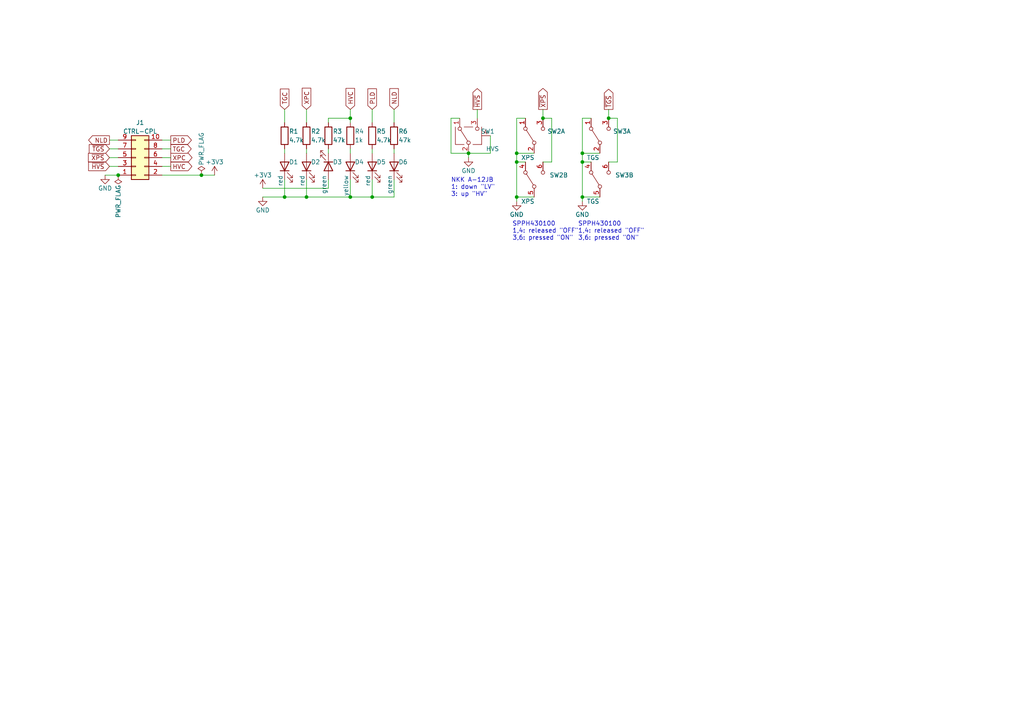
<source format=kicad_sch>
(kicad_sch (version 20211123) (generator eeschema)
  (paper "A4")
  (title_block (title "XPS:Channel:ControlPanel") (company "yu2924"))
  (lib_symbols
    (symbol "Connector_Generic:Conn_02x05_Odd_Even" (pin_names (offset 1.016) hide)
      (property "Reference" "J" (at 1.27 7.62 0))
      (property "Value" "Conn_02x05_Odd_Even" (at 1.27 -7.62 0))
      (symbol "Conn_02x05_Odd_Even_1_1"
        (rectangle (start -1.27 -4.953) (end 0 -5.207) (stroke (width 0.1524)))
        (rectangle (start -1.27 -2.413) (end 0 -2.667) (stroke (width 0.1524)))
        (rectangle (start -1.27 0.127) (end 0 -0.127) (stroke (width 0.1524)))
        (rectangle (start -1.27 2.667) (end 0 2.413) (stroke (width 0.1524)))
        (rectangle (start -1.27 5.207) (end 0 4.953) (stroke (width 0.1524)))
        (rectangle (start -1.27 6.35) (end 3.81 -6.35) (stroke (width 0.254)) (fill (type background)))
        (rectangle (start 3.81 -4.953) (end 2.54 -5.207) (stroke (width 0.1524)))
        (rectangle (start 3.81 -2.413) (end 2.54 -2.667) (stroke (width 0.1524)))
        (rectangle (start 3.81 0.127) (end 2.54 -0.127) (stroke (width 0.1524)))
        (rectangle (start 3.81 2.667) (end 2.54 2.413) (stroke (width 0.1524)))
        (rectangle (start 3.81 5.207) (end 2.54 4.953) (stroke (width 0.1524)))
        (pin passive line (at -5.08 5.08 0) (length 3.81) (name "Pin_1") (number "1"))
        (pin passive line (at 7.62 -5.08 180) (length 3.81) (name "Pin_10") (number "10"))
        (pin passive line (at 7.62 5.08 180) (length 3.81) (name "Pin_2") (number "2"))
        (pin passive line (at -5.08 2.54 0) (length 3.81) (name "Pin_3") (number "3"))
        (pin passive line (at 7.62 2.54 180) (length 3.81) (name "Pin_4") (number "4"))
        (pin passive line (at -5.08 0 0) (length 3.81) (name "Pin_5") (number "5"))
        (pin passive line (at 7.62 0 180) (length 3.81) (name "Pin_6") (number "6"))
        (pin passive line (at -5.08 -2.54 0) (length 3.81) (name "Pin_7") (number "7"))
        (pin passive line (at 7.62 -2.54 180) (length 3.81) (name "Pin_8") (number "8"))
        (pin passive line (at -5.08 -5.08 0) (length 3.81) (name "Pin_9") (number "9"))
      )
    )
    (symbol "Device:LED" (pin_numbers hide) (pin_names (offset 1.016) hide)
      (property "Reference" "D" (at 0 2.54 0))
      (property "Value" "LED" (at 0 -2.54 0))
      (symbol "LED_0_1"
        (polyline (pts (xy -1.27 -1.27) (xy -1.27 1.27)) (stroke (width 0.254)))
        (polyline (pts (xy -1.27 0) (xy 1.27 0)))
        (polyline (pts (xy 1.27 -1.27) (xy 1.27 1.27) (xy -1.27 0) (xy 1.27 -1.27)) (stroke (width 0.254)))
        (polyline (pts (xy -3.048 -0.762) (xy -4.572 -2.286) (xy -3.81 -2.286) (xy -4.572 -2.286) (xy -4.572 -1.524)))
        (polyline (pts (xy -1.778 -0.762) (xy -3.302 -2.286) (xy -2.54 -2.286) (xy -3.302 -2.286) (xy -3.302 -1.524)))
      )
      (symbol "LED_1_1"
        (pin passive line (at -3.81 0 0) (length 2.54) (name "K") (number "1"))
        (pin passive line (at 3.81 0 180) (length 2.54) (name "A") (number "2"))
      )
    )
    (symbol "Device:R" (pin_numbers hide) (pin_names (offset 0))
      (property "Reference" "R" (at 2.032 0 90))
      (property "Value" "R" (at 0 0 90))
      (symbol "R_0_1"
        (rectangle (start -1.016 -2.54) (end 1.016 2.54) (stroke (width 0.254)))
      )
      (symbol "R_1_1"
        (pin passive line (at 0 3.81 270) (length 1.27) (name "~") (number "1"))
        (pin passive line (at 0 -3.81 90) (length 1.27) (name "~") (number "2"))
      )
    )
    (symbol "Local:SW_SPDT_MOUNT" (pin_names (offset 0) hide)
      (property "Reference" "SW" (at 0 6.35 0))
      (property "Value" "SW_SPDT_MOUNT" (at 1.27 5.08 0))
      (symbol "SW_SPDT_MOUNT_0_0"
        (circle (center -2.032 0) (radius 0.508))
        (circle (center 2.032 -2.54) (radius 0.508))
      )
      (symbol "SW_SPDT_MOUNT_0_1"
        (polyline (pts (xy -2.54 -3.81) (xy -2.54 -1.27)))
        (polyline (pts (xy -2.54 -3.81) (xy 2.54 -3.81)))
        (polyline (pts (xy -1.524 0.254) (xy 1.651 2.286)))
        (polyline (pts (xy 2.54 -1.27) (xy 2.54 1.27)))
        (polyline (pts (xy 2.54 3.81) (xy -2.54 3.81) (xy -2.54 1.27)))
        (circle (center 2.032 2.54) (radius 0.508))
      )
      (symbol "SW_SPDT_MOUNT_1_1"
        (pin passive line (at 5.08 2.54 180) (length 2.54) (name "A") (number "1"))
        (pin passive line (at -5.08 0 0) (length 2.54) (name "B") (number "2"))
        (pin passive line (at 5.08 -2.54 180) (length 2.54) (name "C") (number "3"))
        (pin passive line (at 0 -6.35 90) (length 2.54) (name "") (number "4"))
      )
    )
    (symbol "Switch:SW_DPDT_x2" (pin_names (offset 0) hide)
      (property "Reference" "SW" (at 0 4.318 0))
      (property "Value" "SW_DPDT_x2" (at 0 -5.08 0))
      (symbol "SW_DPDT_x2_0_0"
        (circle (center -2.032 0) (radius 0.508))
        (circle (center 2.032 -2.54) (radius 0.508))
      )
      (symbol "SW_DPDT_x2_0_1"
        (polyline (pts (xy -1.524 0.254) (xy 1.651 2.286)))
        (circle (center 2.032 2.54) (radius 0.508))
      )
      (symbol "SW_DPDT_x2_1_1"
        (pin passive line (at 5.08 2.54 180) (length 2.54) (name "A") (number "1"))
        (pin passive line (at -5.08 0 0) (length 2.54) (name "B") (number "2"))
        (pin passive line (at 5.08 -2.54 180) (length 2.54) (name "C") (number "3"))
      )
      (symbol "SW_DPDT_x2_2_1"
        (pin passive line (at 5.08 2.54 180) (length 2.54) (name "A") (number "4"))
        (pin passive line (at -5.08 0 0) (length 2.54) (name "B") (number "5"))
        (pin passive line (at 5.08 -2.54 180) (length 2.54) (name "C") (number "6"))
      )
    )
    (symbol "power:+3.3V" (power) (pin_names (offset 0))
      (property "Value" "+3.3V" (at 0 3.556 0))
      (symbol "+3.3V_0_1"
        (polyline (pts (xy -0.762 1.27) (xy 0 2.54)))
        (polyline (pts (xy 0 0) (xy 0 2.54)))
        (polyline (pts (xy 0 2.54) (xy 0.762 1.27)))
      )
      (symbol "+3.3V_1_1"
        (pin power_in line (at 0 0 90) (length 0) hide (name "+3V3") (number "1"))
      )
    )
    (symbol "power:GND" (power) (pin_names (offset 0))
      (property "Value" "GND" (at 0 -3.81 0))
      (symbol "GND_0_1"
        (polyline (pts (xy 0 0) (xy 0 -1.27) (xy 1.27 -1.27) (xy 0 -2.54) (xy -1.27 -1.27) (xy 0 -1.27)))
      )
      (symbol "GND_1_1"
        (pin power_in line (at 0 0 270) (length 0) hide (name "GND") (number "1"))
      )
    )
    (symbol "power:PWR_FLAG" (power) (pin_numbers hide) (pin_names (offset 0) hide)
      (property "Value" "PWR_FLAG" (at 0 3.81 0))
      (symbol "PWR_FLAG_0_0"
        (pin power_out line (at 0 0 90) (length 0) (name "pwr") (number "1"))
      )
      (symbol "PWR_FLAG_0_1"
        (polyline (pts (xy 0 0) (xy 0 1.27) (xy -1.016 1.905) (xy 0 2.54) (xy 1.016 1.905) (xy 0 1.27)))
      )
    )
  )
  (junction (at 82.55 57.15))
  (junction (at 107.95 57.15))
  (junction (at 176.53 34.29))
  (junction (at 101.6 34.29))
  (junction (at 168.91 46.99))
  (junction (at 149.86 46.99))
  (junction (at 149.86 57.15))
  (junction (at 168.91 57.15))
  (junction (at 58.42 50.8))
  (junction (at 168.91 44.45))
  (junction (at 101.6 57.15))
  (junction (at 34.29 50.8))
  (junction (at 149.86 44.45))
  (junction (at 135.89 44.45))
  (junction (at 157.48 34.29))
  (junction (at 88.9 57.15))
  (wire (pts (xy 168.91 46.99) (xy 168.91 57.15)))
  (wire (pts (xy 168.91 57.15) (xy 173.99 57.15)))
  (wire (pts (xy 34.29 40.64) (xy 31.75 40.64)))
  (wire (pts (xy 82.55 57.15) (xy 88.9 57.15)))
  (wire (pts (xy 149.86 34.29) (xy 149.86 44.45)))
  (wire (pts (xy 30.48 50.8) (xy 34.29 50.8)))
  (wire (pts (xy 149.86 57.15) (xy 154.94 57.15)))
  (wire (pts (xy 149.86 46.99) (xy 149.86 57.15)))
  (wire (pts (xy 179.07 34.29) (xy 179.07 46.99)))
  (wire (pts (xy 160.02 34.29) (xy 160.02 46.99)))
  (wire (pts (xy 58.42 50.8) (xy 62.23 50.8)))
  (wire (pts (xy 34.29 48.26) (xy 31.75 48.26)))
  (wire (pts (xy 34.29 45.72) (xy 31.75 45.72)))
  (wire (pts (xy 133.35 34.29) (xy 130.81 34.29)))
  (wire (pts (xy 149.86 44.45) (xy 154.94 44.45)))
  (wire (pts (xy 157.48 31.75) (xy 157.48 34.29)))
  (wire (pts (xy 46.99 43.18) (xy 49.53 43.18)))
  (wire (pts (xy 168.91 44.45) (xy 173.99 44.45)))
  (wire (pts (xy 95.25 34.29) (xy 95.25 35.56)))
  (wire (pts (xy 149.86 44.45) (xy 149.86 46.99)))
  (wire (pts (xy 138.43 31.75) (xy 138.43 34.29)))
  (wire (pts (xy 130.81 34.29) (xy 130.81 44.45)))
  (wire (pts (xy 107.95 43.18) (xy 107.95 44.45)))
  (wire (pts (xy 95.25 43.18) (xy 95.25 44.45)))
  (wire (pts (xy 114.3 31.75) (xy 114.3 35.56)))
  (wire (pts (xy 88.9 52.07) (xy 88.9 57.15)))
  (wire (pts (xy 179.07 46.99) (xy 176.53 46.99)))
  (wire (pts (xy 176.53 34.29) (xy 179.07 34.29)))
  (wire (pts (xy 157.48 34.29) (xy 160.02 34.29)))
  (wire (pts (xy 168.91 57.15) (xy 168.91 58.42)))
  (wire (pts (xy 82.55 43.18) (xy 82.55 44.45)))
  (wire (pts (xy 130.81 44.45) (xy 135.89 44.45)))
  (wire (pts (xy 82.55 52.07) (xy 82.55 57.15)))
  (wire (pts (xy 107.95 57.15) (xy 114.3 57.15)))
  (wire (pts (xy 135.89 44.45) (xy 142.24 44.45)))
  (wire (pts (xy 82.55 31.75) (xy 82.55 35.56)))
  (wire (pts (xy 114.3 43.18) (xy 114.3 44.45)))
  (wire (pts (xy 176.53 31.75) (xy 176.53 34.29)))
  (wire (pts (xy 101.6 31.75) (xy 101.6 34.29)))
  (wire (pts (xy 76.2 54.61) (xy 95.25 54.61)))
  (wire (pts (xy 149.86 34.29) (xy 152.4 34.29)))
  (wire (pts (xy 149.86 57.15) (xy 149.86 58.42)))
  (wire (pts (xy 101.6 43.18) (xy 101.6 44.45)))
  (wire (pts (xy 149.86 46.99) (xy 152.4 46.99)))
  (wire (pts (xy 107.95 57.15) (xy 107.95 52.07)))
  (wire (pts (xy 88.9 43.18) (xy 88.9 44.45)))
  (wire (pts (xy 101.6 52.07) (xy 101.6 57.15)))
  (wire (pts (xy 168.91 46.99) (xy 171.45 46.99)))
  (wire (pts (xy 107.95 31.75) (xy 107.95 35.56)))
  (wire (pts (xy 46.99 45.72) (xy 49.53 45.72)))
  (wire (pts (xy 46.99 48.26) (xy 49.53 48.26)))
  (wire (pts (xy 135.89 44.45) (xy 135.89 45.72)))
  (wire (pts (xy 171.45 34.29) (xy 168.91 34.29)))
  (wire (pts (xy 168.91 34.29) (xy 168.91 44.45)))
  (wire (pts (xy 34.29 43.18) (xy 31.75 43.18)))
  (wire (pts (xy 101.6 57.15) (xy 107.95 57.15)))
  (wire (pts (xy 101.6 34.29) (xy 95.25 34.29)))
  (wire (pts (xy 88.9 31.75) (xy 88.9 35.56)))
  (wire (pts (xy 46.99 50.8) (xy 58.42 50.8)))
  (wire (pts (xy 76.2 57.15) (xy 82.55 57.15)))
  (wire (pts (xy 101.6 34.29) (xy 101.6 35.56)))
  (wire (pts (xy 157.48 46.99) (xy 160.02 46.99)))
  (wire (pts (xy 95.25 52.07) (xy 95.25 54.61)))
  (wire (pts (xy 88.9 57.15) (xy 101.6 57.15)))
  (wire (pts (xy 142.24 39.37) (xy 142.24 44.45)))
  (wire (pts (xy 168.91 44.45) (xy 168.91 46.99)))
  (wire (pts (xy 114.3 52.07) (xy 114.3 57.15)))
  (wire (pts (xy 46.99 40.64) (xy 49.53 40.64)))
  (text "SPPH430100\n1,4: released \"OFF\"\n3,6: pressed \"ON\"" (at 167.64 69.85 0) (effects (font (size 1.27 1.27)) (justify left bottom)))
  (text "NKK A-12JB\n1: down \"LV\"\n3: up \"HV\"" (at 130.81 57.15 0) (effects (font (size 1.27 1.27)) (justify left bottom)))
  (text "SPPH430100\n1,4: released \"OFF\"\n3,6: pressed \"ON\"" (at 148.59 69.85 0) (effects (font (size 1.27 1.27)) (justify left bottom)))
  (global_label "TGC" (shape input) (at 82.55 31.75 90) (property "Intersheet References" "${INTERSHEET_REFS}" (effects hide)))
  (global_label "NLD" (shape output) (at 31.75 40.64 180) (property "Intersheet References" "${INTERSHEET_REFS}" (effects hide)))
  (global_label "~{TGS}" (shape output) (at 176.53 31.75 90) (property "Intersheet References" "${INTERSHEET_REFS}" (effects hide)))
  (global_label "~{TGS}" (shape input) (at 31.75 43.18 180) (property "Intersheet References" "${INTERSHEET_REFS}" (effects hide)))
  (global_label "~{XPS}" (shape input) (at 31.75 45.72 180) (property "Intersheet References" "${INTERSHEET_REFS}" (effects hide)))
  (global_label "PLD" (shape output) (at 49.53 40.64 0) (property "Intersheet References" "${INTERSHEET_REFS}" (effects hide)))
  (global_label "~{HVS}" (shape input) (at 31.75 48.26 180) (property "Intersheet References" "${INTERSHEET_REFS}" (effects hide)))
  (global_label "XPC" (shape output) (at 49.53 45.72 0) (property "Intersheet References" "${INTERSHEET_REFS}" (effects hide)))
  (global_label "HVC" (shape output) (at 49.53 48.26 0) (property "Intersheet References" "${INTERSHEET_REFS}" (effects hide)))
  (global_label "TGC" (shape output) (at 49.53 43.18 0) (property "Intersheet References" "${INTERSHEET_REFS}" (effects hide)))
  (global_label "PLD" (shape input) (at 107.95 31.75 90) (property "Intersheet References" "${INTERSHEET_REFS}" (effects hide)))
  (global_label "~{HVS}" (shape output) (at 138.43 31.75 90) (property "Intersheet References" "${INTERSHEET_REFS}" (effects hide)))
  (global_label "HVC" (shape input) (at 101.6 31.75 90) (property "Intersheet References" "${INTERSHEET_REFS}" (effects hide)))
  (global_label "XPC" (shape input) (at 88.9 31.75 90) (property "Intersheet References" "${INTERSHEET_REFS}" (effects hide)))
  (global_label "NLD" (shape input) (at 114.3 31.75 90) (property "Intersheet References" "${INTERSHEET_REFS}" (effects hide)))
  (global_label "~{XPS}" (shape output) (at 157.48 31.75 90) (property "Intersheet References" "${INTERSHEET_REFS}" (effects hide)))
  (symbol (lib_id "power:GND") (at 76.2 57.15 0) (unit 1)
    (property "Reference" "#PWR04" (effects hide))
    (property "Value" "GND" (at 76.2 60.96 0))
  )
  (symbol (lib_id "power:GND") (at 30.48 50.8 0) (mirror y) (unit 1)
    (property "Reference" "#PWR01" (effects hide))
    (property "Value" "GND" (at 30.48 54.61 0))
  )
  (symbol (lib_id "Connector_Generic:Conn_02x05_Odd_Even") (at 39.37 45.72 0) (mirror x) (unit 1)
    (property "Reference" "J1" (at 40.64 35.56 0))
    (property "Value" "CTRL-CPL" (at 40.64 38.1 0))
    (property "Footprint" "Local:PinHeader-2x05-P2.54mm-Vertical" (effects hide))
  )
  (symbol (lib_id "power:GND") (at 135.89 45.72 0) (unit 1)
    (property "Reference" "#PWR05" (effects hide))
    (property "Value" "GND" (at 135.89 49.53 0))
  )
  (symbol (lib_id "Device:LED") (at 107.95 48.26 90) (unit 1)
    (property "Reference" "D5" (at 109.22 46.99 90) (effects (justify right)))
    (property "Value" "red" (at 106.68 50.8 0) (effects (justify right)))
    (property "Footprint" "Local:LED_D3.0mm-Centered" (effects hide))
    (property "Comment" "OptoSupply OSR5JA3Z74A" (effects hide))
  )
  (symbol (lib_id "power:GND") (at 149.86 58.42 0) (unit 1)
    (property "Reference" "#PWR06" (effects hide))
    (property "Value" "GND" (at 149.86 62.23 0))
  )
  (symbol (lib_id "Device:R") (at 88.9 39.37 0) (unit 1)
    (property "Reference" "R2" (at 90.17 38.1 0) (effects (justify left)))
    (property "Value" "4.7k" (at 90.17 40.64 0) (effects (justify left)))
    (property "Footprint" "Local:R-THT-Axial-Horz-P5.08mm" (effects hide))
  )
  (symbol (lib_id "Device:R") (at 82.55 39.37 0) (unit 1)
    (property "Reference" "R1" (at 83.82 38.1 0) (effects (justify left)))
    (property "Value" "4.7k" (at 83.82 40.64 0) (effects (justify left)))
    (property "Footprint" "Local:R-THT-Axial-Horz-P5.08mm" (effects hide))
  )
  (symbol (lib_id "power:+3.3V") (at 76.2 54.61 0) (unit 1)
    (property "Reference" "#PWR03" (effects hide))
    (property "Value" "+3.3V" (at 76.2 50.8 0))
  )
  (symbol (lib_id "Switch:SW_DPDT_x2") (at 173.99 39.37 90) (unit 1)
    (property "Reference" "SW3" (at 177.8 38.0999 90) (effects (justify right)))
    (property "Value" "TGS" (at 170.18 45.72 90) (effects (justify right)))
    (property "Footprint" "Local:Alps-SPPH430100" (effects hide))
  )
  (symbol (lib_id "Device:LED") (at 101.6 48.26 90) (unit 1)
    (property "Reference" "D4" (at 102.87 46.99 90) (effects (justify right)))
    (property "Value" "yellow" (at 100.33 50.8 0) (effects (justify right)))
    (property "Footprint" "Local:LED_D3.0mm-Centered" (effects hide))
    (property "Comment" "OptoSupply OSY5JA3Z74A" (effects hide))
  )
  (symbol (lib_id "Device:R") (at 95.25 39.37 0) (unit 1)
    (property "Reference" "R3" (at 96.52 38.1 0) (effects (justify left)))
    (property "Value" "47k" (at 96.52 40.64 0) (effects (justify left)))
    (property "Footprint" "Local:R-THT-Axial-Horz-P5.08mm" (effects hide))
  )
  (symbol (lib_id "Switch:SW_DPDT_x2") (at 154.94 52.07 90) (unit 2)
    (property "Reference" "SW2" (at 159.385 50.7999 90) (effects (justify right)))
    (property "Value" "XPS" (at 151.13 58.42 90) (effects (justify right)))
    (property "Footprint" "Local:Alps-SPPH430100" (effects hide))
  )
  (symbol (lib_id "power:+3.3V") (at 62.23 50.8 0) (unit 1)
    (property "Reference" "#PWR02" (effects hide))
    (property "Value" "+3.3V" (at 62.23 46.99 0))
  )
  (symbol (lib_id "Device:R") (at 114.3 39.37 0) (unit 1)
    (property "Reference" "R6" (at 115.57 38.1 0) (effects (justify left)))
    (property "Value" "47k" (at 115.57 40.64 0) (effects (justify left)))
    (property "Footprint" "Local:R-THT-Axial-Horz-P5.08mm" (effects hide))
  )
  (symbol (lib_id "Device:LED") (at 82.55 48.26 90) (unit 1)
    (property "Reference" "D1" (at 83.82 46.99 90) (effects (justify right)))
    (property "Value" "red" (at 81.28 50.8 0) (effects (justify right)))
    (property "Footprint" "Local:LED_D3.0mm-Centered" (effects hide))
    (property "Comment" "OptoSupply OSR5JA3Z74A" (effects hide))
  )
  (symbol (lib_id "Device:R") (at 107.95 39.37 0) (unit 1)
    (property "Reference" "R5" (at 109.22 38.1 0) (effects (justify left)))
    (property "Value" "4.7k" (at 109.22 40.64 0) (effects (justify left)))
    (property "Footprint" "Local:R-THT-Axial-Horz-P5.08mm" (effects hide))
  )
  (symbol (lib_id "Switch:SW_DPDT_x2") (at 173.99 52.07 90) (unit 2)
    (property "Reference" "SW3" (at 178.435 50.7999 90) (effects (justify right)))
    (property "Value" "TGS" (at 170.18 58.42 90) (effects (justify right)))
    (property "Footprint" "Local:Alps-SPPH430100" (effects hide))
  )
  (symbol (lib_id "power:PWR_FLAG") (at 34.29 50.8 0) (mirror x) (unit 1)
    (property "Reference" "#FLG01" (effects hide))
    (property "Value" "PWR_FLAG" (at 34.29 58.42 90))
  )
  (symbol (lib_id "Device:R") (at 101.6 39.37 0) (unit 1)
    (property "Reference" "R4" (at 102.87 38.1 0) (effects (justify left)))
    (property "Value" "1k" (at 102.87 40.64 0) (effects (justify left)))
    (property "Footprint" "Local:R-THT-Axial-Horz-P5.08mm" (effects hide))
  )
  (symbol (lib_id "Device:LED") (at 88.9 48.26 90) (unit 1)
    (property "Reference" "D2" (at 90.17 46.99 90) (effects (justify right)))
    (property "Value" "red" (at 87.63 50.8 0) (effects (justify right)))
    (property "Footprint" "Local:LED_D3.0mm-Centered" (effects hide))
    (property "Comment" "OptoSupply OSR5JA3Z74A" (effects hide))
  )
  (symbol (lib_id "Device:LED") (at 95.25 48.26 270) (unit 1)
    (property "Reference" "D3" (at 96.52 46.99 90) (effects (justify left)))
    (property "Value" "green" (at 93.98 50.8 0) (effects (justify left)))
    (property "Footprint" "Local:LED_D3.0mm-Centered" (effects hide))
    (property "Comment" "OptoSupply OSG5TA3Z74A" (effects hide))
  )
  (symbol (lib_id "Switch:SW_DPDT_x2") (at 154.94 39.37 90) (unit 1)
    (property "Reference" "SW2" (at 158.75 38.0999 90) (effects (justify right)))
    (property "Value" "XPS" (at 151.13 45.72 90) (effects (justify right)))
    (property "Footprint" "Local:Alps-SPPH430100" (effects hide))
  )
  (symbol (lib_id "Device:LED") (at 114.3 48.26 90) (unit 1)
    (property "Reference" "D6" (at 115.57 46.99 90) (effects (justify right)))
    (property "Value" "green" (at 113.03 50.8 0) (effects (justify right)))
    (property "Footprint" "Local:LED_D3.0mm-Centered" (effects hide))
    (property "Comment" "OptoSupply OSG5TA3Z74A" (effects hide))
  )
  (symbol (lib_id "power:GND") (at 168.91 58.42 0) (unit 1)
    (property "Reference" "#PWR07" (effects hide))
    (property "Value" "GND" (at 168.91 62.23 0))
  )
  (symbol (lib_id "Local:SW_SPDT_MOUNT") (at 135.89 39.37 90) (unit 1)
    (property "Reference" "SW1" (at 143.51 38.1 90) (effects (justify left)))
    (property "Value" "HVS" (at 144.78 43.18 90) (effects (justify left)))
    (property "Footprint" "Local:NKK-A-12AB" (effects hide))
  )
  (symbol (lib_id "power:PWR_FLAG") (at 58.42 50.8 0) (unit 1)
    (property "Reference" "#FLG02" (effects hide))
    (property "Value" "PWR_FLAG" (at 58.42 43.18 90))
  )
)
</source>
